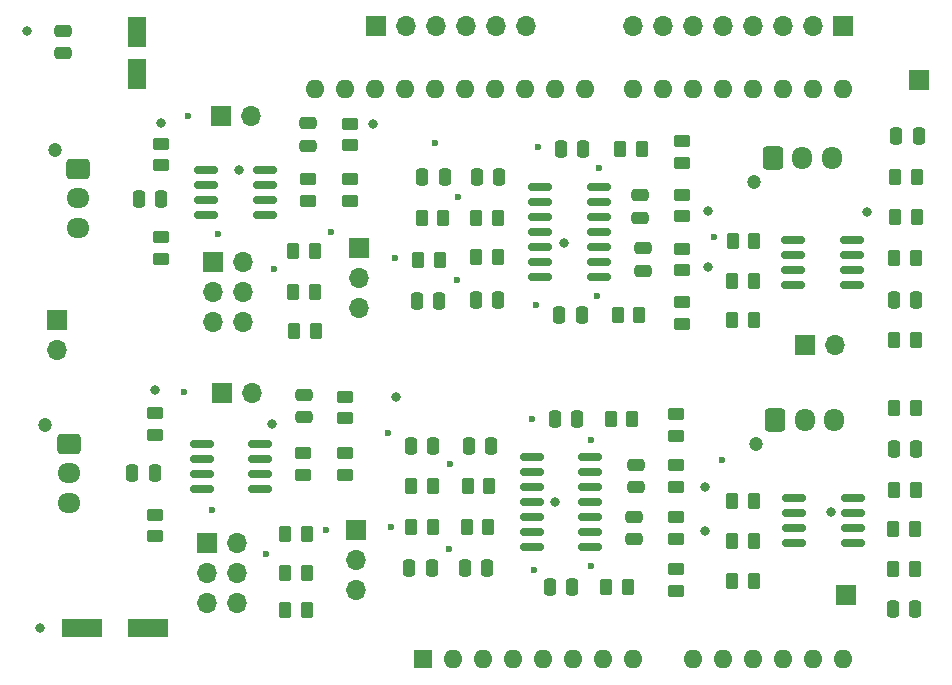
<source format=gbr>
%TF.GenerationSoftware,KiCad,Pcbnew,8.0.4*%
%TF.CreationDate,2024-11-27T12:35:37+01:00*%
%TF.ProjectId,Filtre_V2_FPGA_SMD-SMH_LD,46696c74-7265-45f5-9632-5f465047415f,rev?*%
%TF.SameCoordinates,Original*%
%TF.FileFunction,Soldermask,Top*%
%TF.FilePolarity,Negative*%
%FSLAX46Y46*%
G04 Gerber Fmt 4.6, Leading zero omitted, Abs format (unit mm)*
G04 Created by KiCad (PCBNEW 8.0.4) date 2024-11-27 12:35:37*
%MOMM*%
%LPD*%
G01*
G04 APERTURE LIST*
G04 Aperture macros list*
%AMRoundRect*
0 Rectangle with rounded corners*
0 $1 Rounding radius*
0 $2 $3 $4 $5 $6 $7 $8 $9 X,Y pos of 4 corners*
0 Add a 4 corners polygon primitive as box body*
4,1,4,$2,$3,$4,$5,$6,$7,$8,$9,$2,$3,0*
0 Add four circle primitives for the rounded corners*
1,1,$1+$1,$2,$3*
1,1,$1+$1,$4,$5*
1,1,$1+$1,$6,$7*
1,1,$1+$1,$8,$9*
0 Add four rect primitives between the rounded corners*
20,1,$1+$1,$2,$3,$4,$5,0*
20,1,$1+$1,$4,$5,$6,$7,0*
20,1,$1+$1,$6,$7,$8,$9,0*
20,1,$1+$1,$8,$9,$2,$3,0*%
G04 Aperture macros list end*
%ADD10RoundRect,0.250000X-0.475000X0.250000X-0.475000X-0.250000X0.475000X-0.250000X0.475000X0.250000X0*%
%ADD11RoundRect,0.250000X-0.250000X-0.475000X0.250000X-0.475000X0.250000X0.475000X-0.250000X0.475000X0*%
%ADD12RoundRect,0.250000X-0.450000X0.262500X-0.450000X-0.262500X0.450000X-0.262500X0.450000X0.262500X0*%
%ADD13RoundRect,0.250000X-0.262500X-0.450000X0.262500X-0.450000X0.262500X0.450000X-0.262500X0.450000X0*%
%ADD14C,1.200000*%
%ADD15RoundRect,0.250000X-0.725000X0.600000X-0.725000X-0.600000X0.725000X-0.600000X0.725000X0.600000X0*%
%ADD16O,1.950000X1.700000*%
%ADD17RoundRect,0.250000X0.450000X-0.262500X0.450000X0.262500X-0.450000X0.262500X-0.450000X-0.262500X0*%
%ADD18R,3.500000X1.600000*%
%ADD19R,1.700000X1.700000*%
%ADD20O,1.700000X1.700000*%
%ADD21RoundRect,0.150000X-0.825000X-0.150000X0.825000X-0.150000X0.825000X0.150000X-0.825000X0.150000X0*%
%ADD22RoundRect,0.250000X0.262500X0.450000X-0.262500X0.450000X-0.262500X-0.450000X0.262500X-0.450000X0*%
%ADD23R,1.600000X2.600000*%
%ADD24RoundRect,0.250000X-0.600000X-0.725000X0.600000X-0.725000X0.600000X0.725000X-0.600000X0.725000X0*%
%ADD25O,1.700000X1.950000*%
%ADD26RoundRect,0.250000X0.475000X-0.250000X0.475000X0.250000X-0.475000X0.250000X-0.475000X-0.250000X0*%
%ADD27R,1.600000X1.600000*%
%ADD28O,1.600000X1.600000*%
%ADD29C,0.600000*%
%ADD30C,0.800000*%
G04 APERTURE END LIST*
D10*
%TO.C,C25*%
X155200000Y-103050000D03*
X155200000Y-104950000D03*
%TD*%
D11*
%TO.C,C27*%
X176950000Y-115300000D03*
X178850000Y-115300000D03*
%TD*%
%TO.C,C14*%
X177050000Y-89100000D03*
X178950000Y-89100000D03*
%TD*%
D12*
%TO.C,R1*%
X115000000Y-75875000D03*
X115000000Y-77700000D03*
%TD*%
D11*
%TO.C,C8*%
X141650000Y-89100000D03*
X143550000Y-89100000D03*
%TD*%
D13*
%TO.C,R21*%
X126187500Y-85000000D03*
X128012500Y-85000000D03*
%TD*%
D14*
%TO.C,J1*%
X106000000Y-76400000D03*
D15*
X108000000Y-78000000D03*
D16*
X108000000Y-80500000D03*
X108000000Y-83000000D03*
%TD*%
D13*
%TO.C,R38*%
X152687500Y-113400000D03*
X154512500Y-113400000D03*
%TD*%
D12*
%TO.C,R29*%
X114525000Y-107287500D03*
X114525000Y-109112500D03*
%TD*%
D13*
%TO.C,R33*%
X140887500Y-108300000D03*
X142712500Y-108300000D03*
%TD*%
D11*
%TO.C,C22*%
X147950000Y-113400000D03*
X149850000Y-113400000D03*
%TD*%
D17*
%TO.C,R14*%
X159100000Y-86612500D03*
X159100000Y-84787500D03*
%TD*%
D12*
%TO.C,R45*%
X158600000Y-98787500D03*
X158600000Y-100612500D03*
%TD*%
D13*
%TO.C,R24*%
X177187500Y-78700000D03*
X179012500Y-78700000D03*
%TD*%
D18*
%TO.C,C1*%
X108300000Y-116850000D03*
X113900000Y-116850000D03*
%TD*%
D17*
%TO.C,R39*%
X158600000Y-109312500D03*
X158600000Y-107487500D03*
%TD*%
D19*
%TO.C,J11*%
X172780000Y-65900000D03*
D20*
X170240000Y-65900000D03*
X167700000Y-65900000D03*
X165160000Y-65900000D03*
X162620000Y-65900000D03*
X160080000Y-65900000D03*
X157540000Y-65900000D03*
X155000000Y-65900000D03*
%TD*%
D11*
%TO.C,C12*%
X148850000Y-76300000D03*
X150750000Y-76300000D03*
%TD*%
D13*
%TO.C,R47*%
X176987500Y-108500000D03*
X178812500Y-108500000D03*
%TD*%
D17*
%TO.C,R44*%
X158600000Y-113712500D03*
X158600000Y-111887500D03*
%TD*%
D12*
%TO.C,R42*%
X127075000Y-102087500D03*
X127075000Y-103912500D03*
%TD*%
%TO.C,R15*%
X159100000Y-80187500D03*
X159100000Y-82012500D03*
%TD*%
D13*
%TO.C,R22*%
X126187500Y-88400000D03*
X128012500Y-88400000D03*
%TD*%
D21*
%TO.C,U3*%
X168525000Y-83995000D03*
X168525000Y-85265000D03*
X168525000Y-86535000D03*
X168525000Y-87805000D03*
X173475000Y-87805000D03*
X173475000Y-86535000D03*
X173475000Y-85265000D03*
X173475000Y-83995000D03*
%TD*%
D19*
%TO.C,J8*%
X173000000Y-114100000D03*
%TD*%
D13*
%TO.C,R31*%
X140987500Y-104900000D03*
X142812500Y-104900000D03*
%TD*%
D19*
%TO.C,J13*%
X120175000Y-96975000D03*
D20*
X122715000Y-96975000D03*
%TD*%
D11*
%TO.C,C17*%
X136050000Y-111800000D03*
X137950000Y-111800000D03*
%TD*%
%TO.C,C15*%
X177250000Y-75200000D03*
X179150000Y-75200000D03*
%TD*%
D13*
%TO.C,R10*%
X153887500Y-76300000D03*
X155712500Y-76300000D03*
%TD*%
%TO.C,R4*%
X163387500Y-90800000D03*
X165212500Y-90800000D03*
%TD*%
D11*
%TO.C,C19*%
X141050000Y-101500000D03*
X142950000Y-101500000D03*
%TD*%
D12*
%TO.C,R12*%
X131000000Y-74187500D03*
X131000000Y-76012500D03*
%TD*%
D21*
%TO.C,U5*%
X146425000Y-102390000D03*
X146425000Y-103660000D03*
X146425000Y-104930000D03*
X146425000Y-106200000D03*
X146425000Y-107470000D03*
X146425000Y-108740000D03*
X146425000Y-110010000D03*
X151375000Y-110010000D03*
X151375000Y-108740000D03*
X151375000Y-107470000D03*
X151375000Y-106200000D03*
X151375000Y-104930000D03*
X151375000Y-103660000D03*
X151375000Y-102390000D03*
%TD*%
D13*
%TO.C,R43*%
X177087500Y-98300000D03*
X178912500Y-98300000D03*
%TD*%
D11*
%TO.C,C6*%
X113150000Y-80587500D03*
X115050000Y-80587500D03*
%TD*%
D13*
%TO.C,R23*%
X177187500Y-82100000D03*
X179012500Y-82100000D03*
%TD*%
%TO.C,R13*%
X153687500Y-90400000D03*
X155512500Y-90400000D03*
%TD*%
D12*
%TO.C,R19*%
X159100000Y-75687500D03*
X159100000Y-77512500D03*
%TD*%
D19*
%TO.C,J14*%
X118925000Y-109660000D03*
D20*
X118925000Y-112200000D03*
X118925000Y-114740000D03*
X121465000Y-109660000D03*
X121465000Y-112200000D03*
X121465000Y-114740000D03*
%TD*%
D11*
%TO.C,C24*%
X148350000Y-99200000D03*
X150250000Y-99200000D03*
%TD*%
D22*
%TO.C,R2*%
X165212500Y-87500000D03*
X163387500Y-87500000D03*
%TD*%
D13*
%TO.C,R8*%
X141687500Y-85500000D03*
X143512500Y-85500000D03*
%TD*%
D12*
%TO.C,R3*%
X115000000Y-83787500D03*
X115000000Y-85612500D03*
%TD*%
D23*
%TO.C,C2*%
X113000000Y-66400000D03*
X113000000Y-70000000D03*
%TD*%
D11*
%TO.C,C20*%
X140750000Y-111800000D03*
X142650000Y-111800000D03*
%TD*%
D13*
%TO.C,R32*%
X136187500Y-108300000D03*
X138012500Y-108300000D03*
%TD*%
D19*
%TO.C,J10*%
X131500000Y-108620000D03*
D20*
X131500000Y-111160000D03*
X131500000Y-113700000D03*
%TD*%
D14*
%TO.C,RV1*%
X165200000Y-79100000D03*
D24*
X166800000Y-77100000D03*
D25*
X169300000Y-77100000D03*
X171800000Y-77100000D03*
%TD*%
D12*
%TO.C,R37*%
X130625000Y-97287500D03*
X130625000Y-99112500D03*
%TD*%
D10*
%TO.C,C9*%
X127500000Y-74150000D03*
X127500000Y-76050000D03*
%TD*%
D13*
%TO.C,R5*%
X137087500Y-82200000D03*
X138912500Y-82200000D03*
%TD*%
D19*
%TO.C,J5*%
X120050000Y-73575000D03*
D20*
X122590000Y-73575000D03*
%TD*%
D13*
%TO.C,R34*%
X163387500Y-106100000D03*
X165212500Y-106100000D03*
%TD*%
D26*
%TO.C,C11*%
X155800000Y-86650000D03*
X155800000Y-84750000D03*
%TD*%
D19*
%TO.C,J6*%
X119425000Y-85875000D03*
D20*
X119425000Y-88415000D03*
X119425000Y-90955000D03*
X121965000Y-85875000D03*
X121965000Y-88415000D03*
X121965000Y-90955000D03*
%TD*%
D19*
%TO.C,J3*%
X131800000Y-84700000D03*
D20*
X131800000Y-87240000D03*
X131800000Y-89780000D03*
%TD*%
D11*
%TO.C,C18*%
X112575000Y-103800000D03*
X114475000Y-103800000D03*
%TD*%
D19*
%TO.C,J2*%
X106200000Y-90825000D03*
D20*
X106200000Y-93365000D03*
%TD*%
D13*
%TO.C,R20*%
X177087500Y-92500000D03*
X178912500Y-92500000D03*
%TD*%
D19*
%TO.C,J7*%
X179200000Y-70500000D03*
%TD*%
D17*
%TO.C,R18*%
X159100000Y-91112500D03*
X159100000Y-89287500D03*
%TD*%
D10*
%TO.C,C3*%
X106700000Y-66300000D03*
X106700000Y-68200000D03*
%TD*%
D11*
%TO.C,C5*%
X136650000Y-89200000D03*
X138550000Y-89200000D03*
%TD*%
D13*
%TO.C,R46*%
X125512500Y-108900000D03*
X127337500Y-108900000D03*
%TD*%
D19*
%TO.C,J12*%
X133200000Y-65900000D03*
D20*
X135740000Y-65900000D03*
X138280000Y-65900000D03*
X140820000Y-65900000D03*
X143360000Y-65900000D03*
X145900000Y-65900000D03*
%TD*%
D12*
%TO.C,R16*%
X127500000Y-78887500D03*
X127500000Y-80712500D03*
%TD*%
D10*
%TO.C,C21*%
X127125000Y-97150000D03*
X127125000Y-99050000D03*
%TD*%
D13*
%TO.C,R6*%
X141687500Y-82200000D03*
X143512500Y-82200000D03*
%TD*%
D11*
%TO.C,C16*%
X136150000Y-101500000D03*
X138050000Y-101500000D03*
%TD*%
D13*
%TO.C,R28*%
X163387500Y-112900000D03*
X165212500Y-112900000D03*
%TD*%
D12*
%TO.C,R40*%
X158600000Y-103087500D03*
X158600000Y-104912500D03*
%TD*%
D10*
%TO.C,C13*%
X155600000Y-80250000D03*
X155600000Y-82150000D03*
%TD*%
D13*
%TO.C,R17*%
X177087500Y-85600000D03*
X178912500Y-85600000D03*
%TD*%
D14*
%TO.C,RV2*%
X165400000Y-101300000D03*
D24*
X167000000Y-99300000D03*
D25*
X169500000Y-99300000D03*
X172000000Y-99300000D03*
%TD*%
D13*
%TO.C,R30*%
X136187500Y-104900000D03*
X138012500Y-104900000D03*
%TD*%
%TO.C,R41*%
X177087500Y-105200000D03*
X178912500Y-105200000D03*
%TD*%
D21*
%TO.C,U6*%
X168625000Y-105895000D03*
X168625000Y-107165000D03*
X168625000Y-108435000D03*
X168625000Y-109705000D03*
X173575000Y-109705000D03*
X173575000Y-108435000D03*
X173575000Y-107165000D03*
X173575000Y-105895000D03*
%TD*%
D19*
%TO.C,J4*%
X169525000Y-92900000D03*
D20*
X172065000Y-92900000D03*
%TD*%
D13*
%TO.C,R25*%
X126287500Y-91700000D03*
X128112500Y-91700000D03*
%TD*%
D12*
%TO.C,R27*%
X114525000Y-98687500D03*
X114525000Y-100512500D03*
%TD*%
D11*
%TO.C,C10*%
X148750000Y-90400000D03*
X150650000Y-90400000D03*
%TD*%
D13*
%TO.C,R35*%
X153100000Y-99200000D03*
X154925000Y-99200000D03*
%TD*%
D17*
%TO.C,R11*%
X131000000Y-80712500D03*
X131000000Y-78887500D03*
%TD*%
D11*
%TO.C,C26*%
X177050000Y-101700000D03*
X178950000Y-101700000D03*
%TD*%
D26*
%TO.C,C23*%
X155100000Y-109350000D03*
X155100000Y-107450000D03*
%TD*%
D21*
%TO.C,U2*%
X147125000Y-79590000D03*
X147125000Y-80860000D03*
X147125000Y-82130000D03*
X147125000Y-83400000D03*
X147125000Y-84670000D03*
X147125000Y-85940000D03*
X147125000Y-87210000D03*
X152075000Y-87210000D03*
X152075000Y-85940000D03*
X152075000Y-84670000D03*
X152075000Y-83400000D03*
X152075000Y-82130000D03*
X152075000Y-80860000D03*
X152075000Y-79590000D03*
%TD*%
D13*
%TO.C,R48*%
X176987500Y-111900000D03*
X178812500Y-111900000D03*
%TD*%
D21*
%TO.C,U4*%
X118450000Y-101295000D03*
X118450000Y-102565000D03*
X118450000Y-103835000D03*
X118450000Y-105105000D03*
X123400000Y-105105000D03*
X123400000Y-103835000D03*
X123400000Y-102565000D03*
X123400000Y-101295000D03*
%TD*%
D11*
%TO.C,C4*%
X137150000Y-78700000D03*
X139050000Y-78700000D03*
%TD*%
D13*
%TO.C,R7*%
X136787500Y-85700000D03*
X138612500Y-85700000D03*
%TD*%
D14*
%TO.C,J9*%
X105200000Y-99700000D03*
D15*
X107200000Y-101300000D03*
D16*
X107200000Y-103800000D03*
X107200000Y-106300000D03*
%TD*%
D17*
%TO.C,R36*%
X130625000Y-103912500D03*
X130625000Y-102087500D03*
%TD*%
D13*
%TO.C,R9*%
X163412500Y-84105000D03*
X165237500Y-84105000D03*
%TD*%
D21*
%TO.C,U1*%
X118825000Y-78095000D03*
X118825000Y-79365000D03*
X118825000Y-80635000D03*
X118825000Y-81905000D03*
X123775000Y-81905000D03*
X123775000Y-80635000D03*
X123775000Y-79365000D03*
X123775000Y-78095000D03*
%TD*%
D22*
%TO.C,R26*%
X165212500Y-109500000D03*
X163387500Y-109500000D03*
%TD*%
D13*
%TO.C,R49*%
X125512500Y-112200000D03*
X127337500Y-112200000D03*
%TD*%
%TO.C,R50*%
X125512500Y-115400000D03*
X127337500Y-115400000D03*
%TD*%
D11*
%TO.C,C7*%
X141750000Y-78700000D03*
X143650000Y-78700000D03*
%TD*%
D27*
%TO.C,A1*%
X137225000Y-119530000D03*
D28*
X139765000Y-119530000D03*
X142305000Y-119530000D03*
X144845000Y-119530000D03*
X147385000Y-119530000D03*
X149925000Y-119530000D03*
X152465000Y-119530000D03*
X155005000Y-119530000D03*
X160085000Y-119530000D03*
X162625000Y-119530000D03*
X165165000Y-119530000D03*
X167705000Y-119530000D03*
X170245000Y-119530000D03*
X172785000Y-119530000D03*
X172785000Y-71270000D03*
X170245000Y-71270000D03*
X167705000Y-71270000D03*
X165165000Y-71270000D03*
X162625000Y-71270000D03*
X160085000Y-71270000D03*
X157545000Y-71270000D03*
X155005000Y-71270000D03*
X150945000Y-71270000D03*
X148405000Y-71270000D03*
X145865000Y-71270000D03*
X143325000Y-71270000D03*
X140785000Y-71270000D03*
X138245000Y-71270000D03*
X135705000Y-71270000D03*
X133165000Y-71270000D03*
X130625000Y-71270000D03*
X128085000Y-71270000D03*
%TD*%
D29*
X140200000Y-80400000D03*
X139500000Y-103000000D03*
X139400000Y-110200000D03*
X140100000Y-87400000D03*
D30*
X133000000Y-74200000D03*
X114500000Y-96700000D03*
X148400000Y-106200000D03*
X161100000Y-108700000D03*
X134900000Y-97300000D03*
X161299996Y-86299996D03*
X174800000Y-81700000D03*
X161313173Y-81586827D03*
X115000000Y-74100000D03*
X161099974Y-104912500D03*
X149100000Y-84300000D03*
X121600000Y-78100000D03*
X104749997Y-116849997D03*
X103700000Y-66350000D03*
X171700000Y-107100000D03*
X124400000Y-99600000D03*
D29*
X134800000Y-85600000D03*
X138200000Y-75800000D03*
X146800000Y-89500000D03*
X146900000Y-76200000D03*
X151900000Y-88800000D03*
X134500000Y-108300000D03*
X134200000Y-100400000D03*
X146600000Y-112000000D03*
X146400000Y-99200000D03*
X151400000Y-111600000D03*
X119800000Y-83500000D03*
X124600000Y-86500000D03*
X129400000Y-83400000D03*
X117300000Y-73500000D03*
X117000000Y-96900000D03*
X129000000Y-108600000D03*
X119325000Y-106900000D03*
X123925000Y-110600000D03*
X161850000Y-83750000D03*
X152100000Y-77900000D03*
X151400000Y-101000000D03*
X162500001Y-102700001D03*
M02*

</source>
